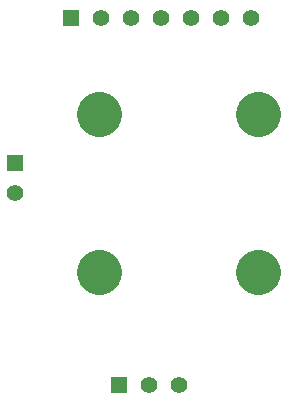
<source format=gbs>
G04 ( created by brdgerber.py ( brdgerber.py v0.1 2014-03-12 ) ) date 2020-10-05 03:44:28 EDT*
G04 Gerber Fmt 3.4, Leading zero omitted, Abs format*
%MOIN*%
%FSLAX34Y34*%
G01*
G70*
G90*
G04 APERTURE LIST*
%ADD13C,0.1500*%
%ADD10R,0.0550X0.0550*%
%ADD14R,0.0629X0.0709*%
%ADD12R,0.0275X0.0472*%
%ADD11C,0.0550*%
%ADD15R,0.0709X0.0629*%
G04 APERTURE END LIST*
G54D13*
D10*
X09500Y07700D03*
D11*
X10500Y07700D03*
D11*
X11500Y07700D03*
D11*
X12500Y07700D03*
D11*
X13500Y07700D03*
D11*
X14500Y07700D03*
D11*
X15500Y07700D03*
D13*
G01X15745Y-00795D02*
G01X15745Y-00795D01*
D13*
G01X15745Y04495D02*
G01X15745Y04495D01*
D13*
G01X10455Y04495D02*
G01X10455Y04495D01*
D13*
G01X10455Y-00795D02*
G01X10455Y-00795D01*
D10*
X07650Y02850D03*
D11*
X07650Y01850D03*
D10*
X11100Y-04550D03*
D11*
X12100Y-04550D03*
D11*
X13100Y-04550D03*
M02*

</source>
